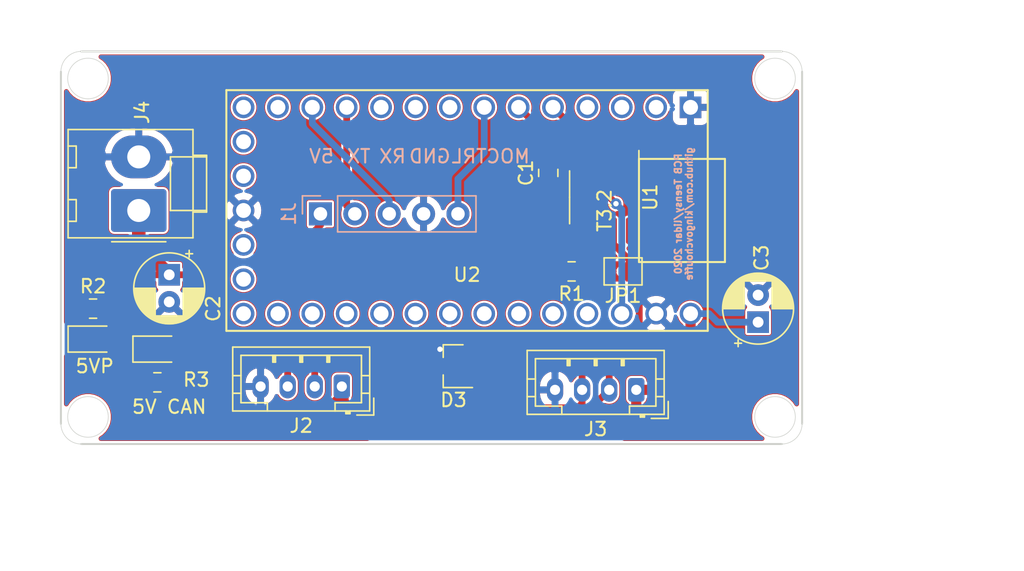
<source format=kicad_pcb>
(kicad_pcb (version 20171130) (host pcbnew "(5.1.6)-1")
  (layers (0 F.Cu signal) (31 B.Cu signal) (34 B.Paste user) (35 F.Paste user) (36 B.SilkS user) (37 F.SilkS user) (38 B.Mask user) (39 F.Mask user) (44 Edge.Cuts user))
  (net 0 "")
  (net 1 3.3V)
  (net 2 GND)
  (net 3 +5P)
  (net 4 +5C)
  (net 5 "Net-(D1-Pad2)")
  (net 6 "Net-(D2-Pad2)")
  (net 7 LTX)
  (net 8 LRX)
  (net 9 MOTPWM)
  (net 10 CANH)
  (net 11 CANL)
  (net 12 "Net-(JP1-Pad2)")
  (net 13 CANTX)
  (net 14 CANRX)
  (net 15 "Net-(U1-Pad5)")
  (net 16 "Net-(U1-Pad8)")
  (net 17 "Net-(U2-Pad18)")
  (net 18 "Net-(U2-Pad19)")
  (net 19 "Net-(U2-Pad20)")
  (net 20 "Net-(U2-Pad16)")
  (net 21 "Net-(U2-Pad15)")
  (net 22 "Net-(U2-Pad14)")
  (net 23 "Net-(U2-Pad21)")
  (net 24 "Net-(U2-Pad22)")
  (net 25 "Net-(U2-Pad23)")
  (net 26 "Net-(U2-Pad24)")
  (net 27 "Net-(U2-Pad25)")
  (net 28 "Net-(U2-Pad26)")
  (net 29 "Net-(U2-Pad27)")
  (net 30 "Net-(U2-Pad28)")
  (net 31 "Net-(U2-Pad29)")
  (net 32 "Net-(U2-Pad30)")
  (net 33 "Net-(U2-Pad13)")
  (net 34 "Net-(U2-Pad10)")
  (net 35 "Net-(U2-Pad9)")
  (net 36 "Net-(U2-Pad8)")
  (net 37 "Net-(U2-Pad4)")
  (net 38 "Net-(U2-Pad3)")
  (net 39 "Net-(U2-Pad2)")
  (module teensy:Teensy30_31_32_LC (layer F.Cu) (at 98.5 117.25 180)
    (fp_text reference U2 (at 0 -4.75 180) (layer F.SilkS))
    (fp_text value Teensy3.2)
    (fp_line (start -17.78 8.89) (end -17.78 -8.89) (layer F.SilkS) (width 0.15))
    (fp_line (start 17.78 8.89) (end -17.78 8.89) (layer F.SilkS) (width 0.15))
    (fp_line (start 17.78 -8.89) (end 17.78 8.89) (layer F.SilkS) (width 0.15))
    (fp_line (start -17.78 -8.89) (end 17.78 -8.89) (layer F.SilkS) (width 0.15))
    (fp_line (start -12.7 3.81) (end -17.78 3.81) (layer F.SilkS) (width 0.15))
    (fp_line (start -12.7 -3.81) (end -17.78 -3.81) (layer F.SilkS) (width 0.15))
    (fp_line (start -12.7 3.81) (end -12.7 -3.81) (layer F.SilkS) (width 0.15))
    (fp_line (start -19.05 -3.81) (end -17.78 -3.81) (layer F.SilkS) (width 0.15))
    (fp_line (start -19.05 3.81) (end -19.05 -3.81) (layer F.SilkS) (width 0.15))
    (fp_line (start -17.78 3.81) (end -19.05 3.81) (layer F.SilkS) (width 0.15))
    (fp_text user T3.2 (at -10.16 0 270) (layer F.SilkS))
    (pad 17 thru_hole circle (at 16.51 0 180) (size 1.6 1.6) (drill 1.1) (layers *.Cu *.Mask) (net 2 GND))
    (pad 18 thru_hole circle (at 16.51 -2.54 180) (size 1.6 1.6) (drill 1.1) (layers *.Cu *.Mask) (net 17 "Net-(U2-Pad18)"))
    (pad 19 thru_hole circle (at 16.51 -5.08 180) (size 1.6 1.6) (drill 1.1) (layers *.Cu *.Mask) (net 18 "Net-(U2-Pad19)"))
    (pad 20 thru_hole circle (at 16.51 -7.62 180) (size 1.6 1.6) (drill 1.1) (layers *.Cu *.Mask) (net 19 "Net-(U2-Pad20)"))
    (pad 16 thru_hole circle (at 16.51 2.54 180) (size 1.6 1.6) (drill 1.1) (layers *.Cu *.Mask) (net 20 "Net-(U2-Pad16)"))
    (pad 15 thru_hole circle (at 16.51 5.08 180) (size 1.6 1.6) (drill 1.1) (layers *.Cu *.Mask) (net 21 "Net-(U2-Pad15)"))
    (pad 14 thru_hole circle (at 16.51 7.62 180) (size 1.6 1.6) (drill 1.1) (layers *.Cu *.Mask) (net 22 "Net-(U2-Pad14)"))
    (pad 21 thru_hole circle (at 13.97 -7.62 180) (size 1.6 1.6) (drill 1.1) (layers *.Cu *.Mask) (net 23 "Net-(U2-Pad21)"))
    (pad 22 thru_hole circle (at 11.43 -7.62 180) (size 1.6 1.6) (drill 1.1) (layers *.Cu *.Mask) (net 24 "Net-(U2-Pad22)"))
    (pad 23 thru_hole circle (at 8.89 -7.62 180) (size 1.6 1.6) (drill 1.1) (layers *.Cu *.Mask) (net 25 "Net-(U2-Pad23)"))
    (pad 24 thru_hole circle (at 6.35 -7.62 180) (size 1.6 1.6) (drill 1.1) (layers *.Cu *.Mask) (net 26 "Net-(U2-Pad24)"))
    (pad 25 thru_hole circle (at 3.81 -7.62 180) (size 1.6 1.6) (drill 1.1) (layers *.Cu *.Mask) (net 27 "Net-(U2-Pad25)"))
    (pad 26 thru_hole circle (at 1.27 -7.62 180) (size 1.6 1.6) (drill 1.1) (layers *.Cu *.Mask) (net 28 "Net-(U2-Pad26)"))
    (pad 27 thru_hole circle (at -1.27 -7.62 180) (size 1.6 1.6) (drill 1.1) (layers *.Cu *.Mask) (net 29 "Net-(U2-Pad27)"))
    (pad 28 thru_hole circle (at -3.81 -7.62 180) (size 1.6 1.6) (drill 1.1) (layers *.Cu *.Mask) (net 30 "Net-(U2-Pad28)"))
    (pad 29 thru_hole circle (at -6.35 -7.62 180) (size 1.6 1.6) (drill 1.1) (layers *.Cu *.Mask) (net 31 "Net-(U2-Pad29)"))
    (pad 30 thru_hole circle (at -8.89 -7.62 180) (size 1.6 1.6) (drill 1.1) (layers *.Cu *.Mask) (net 32 "Net-(U2-Pad30)"))
    (pad 31 thru_hole circle (at -11.43 -7.62 180) (size 1.6 1.6) (drill 1.1) (layers *.Cu *.Mask) (net 1 3.3V))
    (pad 32 thru_hole circle (at -13.97 -7.62 180) (size 1.6 1.6) (drill 1.1) (layers *.Cu *.Mask) (net 2 GND))
    (pad 33 thru_hole circle (at -16.51 -7.62 180) (size 1.6 1.6) (drill 1.1) (layers *.Cu *.Mask) (net 4 +5C))
    (pad 13 thru_hole circle (at 13.97 7.62 180) (size 1.6 1.6) (drill 1.1) (layers *.Cu *.Mask) (net 33 "Net-(U2-Pad13)"))
    (pad 12 thru_hole circle (at 11.43 7.62 180) (size 1.6 1.6) (drill 1.1) (layers *.Cu *.Mask) (net 8 LRX))
    (pad 11 thru_hole circle (at 8.89 7.62 180) (size 1.6 1.6) (drill 1.1) (layers *.Cu *.Mask) (net 7 LTX))
    (pad 10 thru_hole circle (at 6.35 7.62 180) (size 1.6 1.6) (drill 1.1) (layers *.Cu *.Mask) (net 34 "Net-(U2-Pad10)"))
    (pad 9 thru_hole circle (at 3.81 7.62 180) (size 1.6 1.6) (drill 1.1) (layers *.Cu *.Mask) (net 35 "Net-(U2-Pad9)"))
    (pad 8 thru_hole circle (at 1.27 7.62 180) (size 1.6 1.6) (drill 1.1) (layers *.Cu *.Mask) (net 36 "Net-(U2-Pad8)"))
    (pad 7 thru_hole circle (at -1.27 7.62 180) (size 1.6 1.6) (drill 1.1) (layers *.Cu *.Mask) (net 9 MOTPWM))
    (pad 6 thru_hole circle (at -3.81 7.62 180) (size 1.6 1.6) (drill 1.1) (layers *.Cu *.Mask) (net 14 CANRX))
    (pad 5 thru_hole circle (at -6.35 7.62 180) (size 1.6 1.6) (drill 1.1) (layers *.Cu *.Mask) (net 13 CANTX))
    (pad 4 thru_hole circle (at -8.89 7.62 180) (size 1.6 1.6) (drill 1.1) (layers *.Cu *.Mask) (net 37 "Net-(U2-Pad4)"))
    (pad 3 thru_hole circle (at -11.43 7.62 180) (size 1.6 1.6) (drill 1.1) (layers *.Cu *.Mask) (net 38 "Net-(U2-Pad3)"))
    (pad 2 thru_hole circle (at -13.97 7.62 180) (size 1.6 1.6) (drill 1.1) (layers *.Cu *.Mask) (net 39 "Net-(U2-Pad2)"))
    (pad 1 thru_hole rect (at -16.51 7.62 180) (size 1.6 1.6) (drill 1.1) (layers *.Cu *.Mask) (net 2 GND))
  )
  (module Jumper:SolderJumper-2_P1.3mm_Open_TrianglePad1.0x1.5mm (layer F.Cu) (at 110.025 121.75 180)
    (fp_text reference JP1 (at 0 -1.8) (layer F.SilkS))
    (fp_text value SolderJumper_2_Open)
    (fp_line (start -1.4 -1) (end 1.4 -1) (layer F.SilkS) (width 0.12))
    (fp_line (start 1.4 -1) (end 1.4 1) (layer F.SilkS) (width 0.12))
    (fp_line (start 1.4 1) (end -1.4 1) (layer F.SilkS) (width 0.12))
    (fp_line (start -1.4 1) (end -1.4 -1) (layer F.SilkS) (width 0.12))
    (pad 2 smd custom (at 0.725 0 180) (size 0.3 0.3) (layers F.Cu F.Mask) (net 12 "Net-(JP1-Pad2)") (options (clearance outline) (anchor rect)) (primitives (gr_poly (pts (xy -0.65 -0.75) (xy 0.5 -0.75) (xy 0.5 0.75) (xy -0.65 0.75) (xy -0.15 0)) (width 0))))
    (pad 1 smd custom (at -0.725 0 180) (size 0.3 0.3) (layers F.Cu F.Mask) (net 10 CANH) (options (clearance outline) (anchor rect)) (primitives (gr_poly (pts (xy -0.5 -0.75) (xy 0.5 -0.75) (xy 1 0) (xy 0.5 0.75) (xy -0.5 0.75)) (width 0))))
  )
  (module Capacitor_SMD:C_0805_2012Metric_Pad1.15x1.40mm_HandSolder (layer F.Cu) (at 104.5 114.475 90)
    (fp_text reference C1 (at 0 -1.65 270) (layer F.SilkS))
    (fp_text value 100nF)
    (fp_line (start -0.261252 0.71) (end 0.261252 0.71) (layer F.SilkS) (width 0.12))
    (fp_line (start -0.261252 -0.71) (end 0.261252 -0.71) (layer F.SilkS) (width 0.12))
    (pad 1 smd roundrect (at -1.025 0 90) (size 1.15 1.4) (layers F.Cu F.Paste F.Mask) (roundrect_rratio 0.217391) (net 1 3.3V))
    (pad 2 smd roundrect (at 1.025 0 90) (size 1.15 1.4) (layers F.Cu F.Paste F.Mask) (roundrect_rratio 0.217391) (net 2 GND))
  )
  (module Capacitor_THT:CP_Radial_D5.0mm_P2.00mm (layer F.Cu) (at 76.5 122 270)
    (fp_text reference C2 (at 2.5 -3.25 90) (layer F.SilkS))
    (fp_text value 100µF)
    (fp_line (start -1.554775 -1.725) (end -1.554775 -1.225) (layer F.SilkS) (width 0.12))
    (fp_line (start -1.804775 -1.475) (end -1.304775 -1.475) (layer F.SilkS) (width 0.12))
    (fp_line (start 3.601 -0.284) (end 3.601 0.284) (layer F.SilkS) (width 0.12))
    (fp_line (start 3.561 -0.518) (end 3.561 0.518) (layer F.SilkS) (width 0.12))
    (fp_line (start 3.521 -0.677) (end 3.521 0.677) (layer F.SilkS) (width 0.12))
    (fp_line (start 3.481 -0.805) (end 3.481 0.805) (layer F.SilkS) (width 0.12))
    (fp_line (start 3.441 -0.915) (end 3.441 0.915) (layer F.SilkS) (width 0.12))
    (fp_line (start 3.401 -1.011) (end 3.401 1.011) (layer F.SilkS) (width 0.12))
    (fp_line (start 3.361 -1.098) (end 3.361 1.098) (layer F.SilkS) (width 0.12))
    (fp_line (start 3.321 -1.178) (end 3.321 1.178) (layer F.SilkS) (width 0.12))
    (fp_line (start 3.281 -1.251) (end 3.281 1.251) (layer F.SilkS) (width 0.12))
    (fp_line (start 3.241 -1.319) (end 3.241 1.319) (layer F.SilkS) (width 0.12))
    (fp_line (start 3.201 -1.383) (end 3.201 1.383) (layer F.SilkS) (width 0.12))
    (fp_line (start 3.161 -1.443) (end 3.161 1.443) (layer F.SilkS) (width 0.12))
    (fp_line (start 3.121 -1.5) (end 3.121 1.5) (layer F.SilkS) (width 0.12))
    (fp_line (start 3.081 -1.554) (end 3.081 1.554) (layer F.SilkS) (width 0.12))
    (fp_line (start 3.041 -1.605) (end 3.041 1.605) (layer F.SilkS) (width 0.12))
    (fp_line (start 3.001 1.04) (end 3.001 1.653) (layer F.SilkS) (width 0.12))
    (fp_line (start 3.001 -1.653) (end 3.001 -1.04) (layer F.SilkS) (width 0.12))
    (fp_line (start 2.961 1.04) (end 2.961 1.699) (layer F.SilkS) (width 0.12))
    (fp_line (start 2.961 -1.699) (end 2.961 -1.04) (layer F.SilkS) (width 0.12))
    (fp_line (start 2.921 1.04) (end 2.921 1.743) (layer F.SilkS) (width 0.12))
    (fp_line (start 2.921 -1.743) (end 2.921 -1.04) (layer F.SilkS) (width 0.12))
    (fp_line (start 2.881 1.04) (end 2.881 1.785) (layer F.SilkS) (width 0.12))
    (fp_line (start 2.881 -1.785) (end 2.881 -1.04) (layer F.SilkS) (width 0.12))
    (fp_line (start 2.841 1.04) (end 2.841 1.826) (layer F.SilkS) (width 0.12))
    (fp_line (start 2.841 -1.826) (end 2.841 -1.04) (layer F.SilkS) (width 0.12))
    (fp_line (start 2.801 1.04) (end 2.801 1.864) (layer F.SilkS) (width 0.12))
    (fp_line (start 2.801 -1.864) (end 2.801 -1.04) (layer F.SilkS) (width 0.12))
    (fp_line (start 2.761 1.04) (end 2.761 1.901) (layer F.SilkS) (width 0.12))
    (fp_line (start 2.761 -1.901) (end 2.761 -1.04) (layer F.SilkS) (width 0.12))
    (fp_line (start 2.721 1.04) (end 2.721 1.937) (layer F.SilkS) (width 0.12))
    (fp_line (start 2.721 -1.937) (end 2.721 -1.04) (layer F.SilkS) (width 0.12))
    (fp_line (start 2.681 1.04) (end 2.681 1.971) (layer F.SilkS) (width 0.12))
    (fp_line (start 2.681 -1.971) (end 2.681 -1.04) (layer F.SilkS) (width 0.12))
    (fp_line (start 2.641 1.04) (end 2.641 2.004) (layer F.SilkS) (width 0.12))
    (fp_line (start 2.641 -2.004) (end 2.641 -1.04) (layer F.SilkS) (width 0.12))
    (fp_line (start 2.601 1.04) (end 2.601 2.035) (layer F.SilkS) (width 0.12))
    (fp_line (start 2.601 -2.035) (end 2.601 -1.04) (layer F.SilkS) (width 0.12))
    (fp_line (start 2.561 1.04) (end 2.561 2.065) (layer F.SilkS) (width 0.12))
    (fp_line (start 2.561 -2.065) (end 2.561 -1.04) (layer F.SilkS) (width 0.12))
    (fp_line (start 2.521 1.04) (end 2.521 2.095) (layer F.SilkS) (width 0.12))
    (fp_line (start 2.521 -2.095) (end 2.521 -1.04) (layer F.SilkS) (width 0.12))
    (fp_line (start 2.481 1.04) (end 2.481 2.122) (layer F.SilkS) (width 0.12))
    (fp_line (start 2.481 -2.122) (end 2.481 -1.04) (layer F.SilkS) (width 0.12))
    (fp_line (start 2.441 1.04) (end 2.441 2.149) (layer F.SilkS) (width 0.12))
    (fp_line (start 2.441 -2.149) (end 2.441 -1.04) (layer F.SilkS) (width 0.12))
    (fp_line (start 2.401 1.04) (end 2.401 2.175) (layer F.SilkS) (width 0.12))
    (fp_line (start 2.401 -2.175) (end 2.401 -1.04) (layer F.SilkS) (width 0.12))
    (fp_line (start 2.361 1.04) (end 2.361 2.2) (layer F.SilkS) (width 0.12))
    (fp_line (start 2.361 -2.2) (end 2.361 -1.04) (layer F.SilkS) (width 0.12))
    (fp_line (start 2.321 1.04) (end 2.321 2.224) (layer F.SilkS) (width 0.12))
    (fp_line (start 2.321 -2.224) (end 2.321 -1.04) (layer F.SilkS) (width 0.12))
    (fp_line (start 2.281 1.04) (end 2.281 2.247) (layer F.SilkS) (width 0.12))
    (fp_line (start 2.281 -2.247) (end 2.281 -1.04) (layer F.SilkS) (width 0.12))
    (fp_line (start 2.241 1.04) (end 2.241 2.268) (layer F.SilkS) (width 0.12))
    (fp_line (start 2.241 -2.268) (end 2.241 -1.04) (layer F.SilkS) (width 0.12))
    (fp_line (start 2.201 1.04) (end 2.201 2.29) (layer F.SilkS) (width 0.12))
    (fp_line (start 2.201 -2.29) (end 2.201 -1.04) (layer F.SilkS) (width 0.12))
    (fp_line (start 2.161 1.04) (end 2.161 2.31) (layer F.SilkS) (width 0.12))
    (fp_line (start 2.161 -2.31) (end 2.161 -1.04) (layer F.SilkS) (width 0.12))
    (fp_line (start 2.121 1.04) (end 2.121 2.329) (layer F.SilkS) (width 0.12))
    (fp_line (start 2.121 -2.329) (end 2.121 -1.04) (layer F.SilkS) (width 0.12))
    (fp_line (start 2.081 1.04) (end 2.081 2.348) (layer F.SilkS) (width 0.12))
    (fp_line (start 2.081 -2.348) (end 2.081 -1.04) (layer F.SilkS) (width 0.12))
    (fp_line (start 2.041 1.04) (end 2.041 2.365) (layer F.SilkS) (width 0.12))
    (fp_line (start 2.041 -2.365) (end 2.041 -1.04) (layer F.SilkS) (width 0.12))
    (fp_line (start 2.001 1.04) (end 2.001 2.382) (layer F.SilkS) (width 0.12))
    (fp_line (start 2.001 -2.382) (end 2.001 -1.04) (layer F.SilkS) (width 0.12))
    (fp_line (start 1.961 1.04) (end 1.961 2.398) (layer F.SilkS) (width 0.12))
    (fp_line (start 1.961 -2.398) (end 1.961 -1.04) (layer F.SilkS) (width 0.12))
    (fp_line (start 1.921 1.04) (end 1.921 2.414) (layer F.SilkS) (width 0.12))
    (fp_line (start 1.921 -2.414) (end 1.921 -1.04) (layer F.SilkS) (width 0.12))
    (fp_line (start 1.881 1.04) (end 1.881 2.428) (layer F.SilkS) (width 0.12))
    (fp_line (start 1.881 -2.428) (end 1.881 -1.04) (layer F.SilkS) (width 0.12))
    (fp_line (start 1.841 1.04) (end 1.841 2.442) (layer F.SilkS) (width 0.12))
    (fp_line (start 1.841 -2.442) (end 1.841 -1.04) (layer F.SilkS) (width 0.12))
    (fp_line (start 1.801 1.04) (end 1.801 2.455) (layer F.SilkS) (width 0.12))
    (fp_line (start 1.801 -2.455) (end 1.801 -1.04) (layer F.SilkS) (width 0.12))
    (fp_line (start 1.761 1.04) (end 1.761 2.468) (layer F.SilkS) (width 0.12))
    (fp_line (start 1.761 -2.468) (end 1.761 -1.04) (layer F.SilkS) (width 0.12))
    (fp_line (start 1.721 1.04) (end 1.721 2.48) (layer F.SilkS) (width 0.12))
    (fp_line (start 1.721 -2.48) (end 1.721 -1.04) (layer F.SilkS) (width 0.12))
    (fp_line (start 1.68 1.04) (end 1.68 2.491) (layer F.SilkS) (width 0.12))
    (fp_line (start 1.68 -2.491) (end 1.68 -1.04) (layer F.SilkS) (width 0.12))
    (fp_line (start 1.64 1.04) (end 1.64 2.501) (layer F.SilkS) (width 0.12))
    (fp_line (start 1.64 -2.501) (end 1.64 -1.04) (layer F.SilkS) (width 0.12))
    (fp_line (start 1.6 1.04) (end 1.6 2.511) (layer F.SilkS) (width 0.12))
    (fp_line (start 1.6 -2.511) (end 1.6 -1.04) (layer F.SilkS) (width 0.12))
    (fp_line (start 1.56 1.04) (end 1.56 2.52) (layer F.SilkS) (width 0.12))
    (fp_line (start 1.56 -2.52) (end 1.56 -1.04) (layer F.SilkS) (width 0.12))
    (fp_line (start 1.52 1.04) (end 1.52 2.528) (layer F.SilkS) (width 0.12))
    (fp_line (start 1.52 -2.528) (end 1.52 -1.04) (layer F.SilkS) (width 0.12))
    (fp_line (start 1.48 1.04) (end 1.48 2.536) (layer F.SilkS) (width 0.12))
    (fp_line (start 1.48 -2.536) (end 1.48 -1.04) (layer F.SilkS) (width 0.12))
    (fp_line (start 1.44 1.04) (end 1.44 2.543) (layer F.SilkS) (width 0.12))
    (fp_line (start 1.44 -2.543) (end 1.44 -1.04) (layer F.SilkS) (width 0.12))
    (fp_line (start 1.4 1.04) (end 1.4 2.55) (layer F.SilkS) (width 0.12))
    (fp_line (start 1.4 -2.55) (end 1.4 -1.04) (layer F.SilkS) (width 0.12))
    (fp_line (start 1.36 1.04) (end 1.36 2.556) (layer F.SilkS) (width 0.12))
    (fp_line (start 1.36 -2.556) (end 1.36 -1.04) (layer F.SilkS) (width 0.12))
    (fp_line (start 1.32 1.04) (end 1.32 2.561) (layer F.SilkS) (width 0.12))
    (fp_line (start 1.32 -2.561) (end 1.32 -1.04) (layer F.SilkS) (width 0.12))
    (fp_line (start 1.28 1.04) (end 1.28 2.565) (layer F.SilkS) (width 0.12))
    (fp_line (start 1.28 -2.565) (end 1.28 -1.04) (layer F.SilkS) (width 0.12))
    (fp_line (start 1.24 1.04) (end 1.24 2.569) (layer F.SilkS) (width 0.12))
    (fp_line (start 1.24 -2.569) (end 1.24 -1.04) (layer F.SilkS) (width 0.12))
    (fp_line (start 1.2 1.04) (end 1.2 2.573) (layer F.SilkS) (width 0.12))
    (fp_line (start 1.2 -2.573) (end 1.2 -1.04) (layer F.SilkS) (width 0.12))
    (fp_line (start 1.16 1.04) (end 1.16 2.576) (layer F.SilkS) (width 0.12))
    (fp_line (start 1.16 -2.576) (end 1.16 -1.04) (layer F.SilkS) (width 0.12))
    (fp_line (start 1.12 1.04) (end 1.12 2.578) (layer F.SilkS) (width 0.12))
    (fp_line (start 1.12 -2.578) (end 1.12 -1.04) (layer F.SilkS) (width 0.12))
    (fp_line (start 1.08 1.04) (end 1.08 2.579) (layer F.SilkS) (width 0.12))
    (fp_line (start 1.08 -2.579) (end 1.08 -1.04) (layer F.SilkS) (width 0.12))
    (fp_line (start 1.04 -2.58) (end 1.04 -1.04) (layer F.SilkS) (width 0.12))
    (fp_line (start 1.04 1.04) (end 1.04 2.58) (layer F.SilkS) (width 0.12))
    (fp_line (start 1 -2.58) (end 1 -1.04) (layer F.SilkS) (width 0.12))
    (fp_line (start 1 1.04) (end 1 2.58) (layer F.SilkS) (width 0.12))
    (fp_circle (center 1 0) (end 3.62 0) (layer F.SilkS) (width 0.12))
    (pad 1 thru_hole rect (at 0 0 270) (size 1.6 1.6) (drill 0.8) (layers *.Cu *.Mask) (net 3 +5P))
    (pad 2 thru_hole circle (at 2 0 270) (size 1.6 1.6) (drill 0.8) (layers *.Cu *.Mask) (net 2 GND))
  )
  (module Capacitor_THT:CP_Radial_D5.0mm_P2.00mm (layer F.Cu) (at 120 125.5 90)
    (fp_text reference C3 (at 4.75 0.25 90) (layer F.SilkS))
    (fp_text value 20µF)
    (fp_circle (center 1 0) (end 3.62 0) (layer F.SilkS) (width 0.12))
    (fp_line (start 1 1.04) (end 1 2.58) (layer F.SilkS) (width 0.12))
    (fp_line (start 1 -2.58) (end 1 -1.04) (layer F.SilkS) (width 0.12))
    (fp_line (start 1.04 1.04) (end 1.04 2.58) (layer F.SilkS) (width 0.12))
    (fp_line (start 1.04 -2.58) (end 1.04 -1.04) (layer F.SilkS) (width 0.12))
    (fp_line (start 1.08 -2.579) (end 1.08 -1.04) (layer F.SilkS) (width 0.12))
    (fp_line (start 1.08 1.04) (end 1.08 2.579) (layer F.SilkS) (width 0.12))
    (fp_line (start 1.12 -2.578) (end 1.12 -1.04) (layer F.SilkS) (width 0.12))
    (fp_line (start 1.12 1.04) (end 1.12 2.578) (layer F.SilkS) (width 0.12))
    (fp_line (start 1.16 -2.576) (end 1.16 -1.04) (layer F.SilkS) (width 0.12))
    (fp_line (start 1.16 1.04) (end 1.16 2.576) (layer F.SilkS) (width 0.12))
    (fp_line (start 1.2 -2.573) (end 1.2 -1.04) (layer F.SilkS) (width 0.12))
    (fp_line (start 1.2 1.04) (end 1.2 2.573) (layer F.SilkS) (width 0.12))
    (fp_line (start 1.24 -2.569) (end 1.24 -1.04) (layer F.SilkS) (width 0.12))
    (fp_line (start 1.24 1.04) (end 1.24 2.569) (layer F.SilkS) (width 0.12))
    (fp_line (start 1.28 -2.565) (end 1.28 -1.04) (layer F.SilkS) (width 0.12))
    (fp_line (start 1.28 1.04) (end 1.28 2.565) (layer F.SilkS) (width 0.12))
    (fp_line (start 1.32 -2.561) (end 1.32 -1.04) (layer F.SilkS) (width 0.12))
    (fp_line (start 1.32 1.04) (end 1.32 2.561) (layer F.SilkS) (width 0.12))
    (fp_line (start 1.36 -2.556) (end 1.36 -1.04) (layer F.SilkS) (width 0.12))
    (fp_line (start 1.36 1.04) (end 1.36 2.556) (layer F.SilkS) (width 0.12))
    (fp_line (start 1.4 -2.55) (end 1.4 -1.04) (layer F.SilkS) (width 0.12))
    (fp_line (start 1.4 1.04) (end 1.4 2.55) (layer F.SilkS) (width 0.12))
    (fp_line (start 1.44 -2.543) (end 1.44 -1.04) (layer F.SilkS) (width 0.12))
    (fp_line (start 1.44 1.04) (end 1.44 2.543) (layer F.SilkS) (width 0.12))
    (fp_line (start 1.48 -2.536) (end 1.48 -1.04) (layer F.SilkS) (width 0.12))
    (fp_line (start 1.48 1.04) (end 1.48 2.536) (layer F.SilkS) (width 0.12))
    (fp_line (start 1.52 -2.528) (end 1.52 -1.04) (layer F.SilkS) (width 0.12))
    (fp_line (start 1.52 1.04) (end 1.52 2.528) (layer F.SilkS) (width 0.12))
    (fp_line (start 1.56 -2.52) (end 1.56 -1.04) (layer F.SilkS) (width 0.12))
    (fp_line (start 1.56 1.04) (end 1.56 2.52) (layer F.SilkS) (width 0.12))
    (fp_line (start 1.6 -2.511) (end 1.6 -1.04) (layer F.SilkS) (width 0.12))
    (fp_line (start 1.6 1.04) (end 1.6 2.511) (layer F.SilkS) (width 0.12))
    (fp_line (start 1.64 -2.501) (end 1.64 -1.04) (layer F.SilkS) (width 0.12))
    (fp_line (start 1.64 1.04) (end 1.64 2.501) (layer F.SilkS) (width 0.12))
    (fp_line (start 1.68 -2.491) (end 1.68 -1.04) (layer F.SilkS) (width 0.12))
    (fp_line (start 1.68 1.04) (end 1.68 2.491) (layer F.SilkS) (width 0.12))
    (fp_line (start 1.721 -2.48) (end 1.721 -1.04) (layer F.SilkS) (width 0.12))
    (fp_line (start 1.721 1.04) (end 1.721 2.48) (layer F.SilkS) (width 0.12))
    (fp_line (start 1.761 -2.468) (end 1.761 -1.04) (layer F.SilkS) (width 0.12))
    (fp_line (start 1.761 1.04) (end 1.761 2.468) (layer F.SilkS) (width 0.12))
    (fp_line (start 1.801 -2.455) (end 1.801 -1.04) (layer F.SilkS) (width 0.12))
    (fp_line (start 1.801 1.04) (end 1.801 2.455) (layer F.SilkS) (width 0.12))
    (fp_line (start 1.841 -2.442) (end 1.841 -1.04) (layer F.SilkS) (width 0.12))
    (fp_line (start 1.841 1.04) (end 1.841 2.442) (layer F.SilkS) (width 0.12))
    (fp_line (start 1.881 -2.428) (end 1.881 -1.04) (layer F.SilkS) (width 0.12))
    (fp_line (start 1.881 1.04) (end 1.881 2.428) (layer F.SilkS) (width 0.12))
    (fp_line (start 1.921 -2.414) (end 1.921 -1.04) (layer F.SilkS) (width 0.12))
    (fp_line (start 1.921 1.04) (end 1.921 2.414) (layer F.SilkS) (width 0.12))
    (fp_line (start 1.961 -2.398) (end 1.961 -1.04) (layer F.SilkS) (width 0.12))
    (fp_line (start 1.961 1.04) (end 1.961 2.398) (layer F.SilkS) (width 0.12))
    (fp_line (start 2.001 -2.382) (end 2.001 -1.04) (layer F.SilkS) (width 0.12))
    (fp_line (start 2.001 1.04) (end 2.001 2.382) (layer F.SilkS) (width 0.12))
    (fp_line (start 2.041 -2.365) (end 2.041 -1.04) (layer F.SilkS) (width 0.12))
    (fp_line (start 2.041 1.04) (end 2.041 2.365) (layer F.SilkS) (width 0.12))
    (fp_line (start 2.081 -2.348) (end 2.081 -1.04) (layer F.SilkS) (width 0.12))
    (fp_line (start 2.081 1.04) (end 2.081 2.348) (layer F.SilkS) (width 0.12))
    (fp_line (start 2.121 -2.329) (end 2.121 -1.04) (layer F.SilkS) (width 0.12))
    (fp_line (start 2.121 1.04) (end 2.121 2.329) (layer F.SilkS) (width 0.12))
    (fp_line (start 2.161 -2.31) (end 2.161 -1.04) (layer F.SilkS) (width 0.12))
    (fp_line (start 2.161 1.04) (end 2.161 2.31) (layer F.SilkS) (width 0.12))
    (fp_line (start 2.201 -2.29) (end 2.201 -1.04) (layer F.SilkS) (width 0.12))
    (fp_line (start 2.201 1.04) (end 2.201 2.29) (layer F.SilkS) (width 0.12))
    (fp_line (start 2.241 -2.268) (end 2.241 -1.04) (layer F.SilkS) (width 0.12))
    (fp_line (start 2.241 1.04) (end 2.241 2.268) (layer F.SilkS) (width 0.12))
    (fp_line (start 2.281 -2.247) (end 2.281 -1.04) (layer F.SilkS) (width 0.12))
    (fp_line (start 2.281 1.04) (end 2.281 2.247) (layer F.SilkS) (width 0.12))
    (fp_line (start 2.321 -2.224) (end 2.321 -1.04) (layer F.SilkS) (width 0.12))
    (fp_line (start 2.321 1.04) (end 2.321 2.224) (layer F.SilkS) (width 0.12))
    (fp_line (start 2.361 -2.2) (end 2.361 -1.04) (layer F.SilkS) (width 0.12))
    (fp_line (start 2.361 1.04) (end 2.361 2.2) (layer F.SilkS) (width 0.12))
    (fp_line (start 2.401 -2.175) (end 2.401 -1.04) (layer F.SilkS) (width 0.12))
    (fp_line (start 2.401 1.04) (end 2.401 2.175) (layer F.SilkS) (width 0.12))
    (fp_line (start 2.441 -2.149) (end 2.441 -1.04) (layer F.SilkS) (width 0.12))
    (fp_line (start 2.441 1.04) (end 2.441 2.149) (layer F.SilkS) (width 0.12))
    (fp_line (start 2.481 -2.122) (end 2.481 -1.04) (layer F.SilkS) (width 0.12))
    (fp_line (start 2.481 1.04) (end 2.481 2.122) (layer F.SilkS) (width 0.12))
    (fp_line (start 2.521 -2.095) (end 2.521 -1.04) (layer F.SilkS) (width 0.12))
    (fp_line (start 2.521 1.04) (end 2.521 2.095) (layer F.SilkS) (width 0.12))
    (fp_line (start 2.561 -2.065) (end 2.561 -1.04) (layer F.SilkS) (width 0.12))
    (fp_line (start 2.561 1.04) (end 2.561 2.065) (layer F.SilkS) (width 0.12))
    (fp_line (start 2.601 -2.035) (end 2.601 -1.04) (layer F.SilkS) (width 0.12))
    (fp_line (start 2.601 1.04) (end 2.601 2.035) (layer F.SilkS) (width 0.12))
    (fp_line (start 2.641 -2.004) (end 2.641 -1.04) (layer F.SilkS) (width 0.12))
    (fp_line (start 2.641 1.04) (end 2.641 2.004) (layer F.SilkS) (width 0.12))
    (fp_line (start 2.681 -1.971) (end 2.681 -1.04) (layer F.SilkS) (width 0.12))
    (fp_line (start 2.681 1.04) (end 2.681 1.971) (layer F.SilkS) (width 0.12))
    (fp_line (start 2.721 -1.937) (end 2.721 -1.04) (layer F.SilkS) (width 0.12))
    (fp_line (start 2.721 1.04) (end 2.721 1.937) (layer F.SilkS) (width 0.12))
    (fp_line (start 2.761 -1.901) (end 2.761 -1.04) (layer F.SilkS) (width 0.12))
    (fp_line (start 2.761 1.04) (end 2.761 1.901) (layer F.SilkS) (width 0.12))
    (fp_line (start 2.801 -1.864) (end 2.801 -1.04) (layer F.SilkS) (width 0.12))
    (fp_line (start 2.801 1.04) (end 2.801 1.864) (layer F.SilkS) (width 0.12))
    (fp_line (start 2.841 -1.826) (end 2.841 -1.04) (layer F.SilkS) (width 0.12))
    (fp_line (start 2.841 1.04) (end 2.841 1.826) (layer F.SilkS) (width 0.12))
    (fp_line (start 2.881 -1.785) (end 2.881 -1.04) (layer F.SilkS) (width 0.12))
    (fp_line (start 2.881 1.04) (end 2.881 1.785) (layer F.SilkS) (width 0.12))
    (fp_line (start 2.921 -1.743) (end 2.921 -1.04) (layer F.SilkS) (width 0.12))
    (fp_line (start 2.921 1.04) (end 2.921 1.743) (layer F.SilkS) (width 0.12))
    (fp_line (start 2.961 -1.699) (end 2.961 -1.04) (layer F.SilkS) (width 0.12))
    (fp_line (start 2.961 1.04) (end 2.961 1.699) (layer F.SilkS) (width 0.12))
    (fp_line (start 3.001 -1.653) (end 3.001 -1.04) (layer F.SilkS) (width 0.12))
    (fp_line (start 3.001 1.04) (end 3.001 1.653) (layer F.SilkS) (width 0.12))
    (fp_line (start 3.041 -1.605) (end 3.041 1.605) (layer F.SilkS) (width 0.12))
    (fp_line (start 3.081 -1.554) (end 3.081 1.554) (layer F.SilkS) (width 0.12))
    (fp_line (start 3.121 -1.5) (end 3.121 1.5) (layer F.SilkS) (width 0.12))
    (fp_line (start 3.161 -1.443) (end 3.161 1.443) (layer F.SilkS) (width 0.12))
    (fp_line (start 3.201 -1.383) (end 3.201 1.383) (layer F.SilkS) (width 0.12))
    (fp_line (start 3.241 -1.319) (end 3.241 1.319) (layer F.SilkS) (width 0.12))
    (fp_line (start 3.281 -1.251) (end 3.281 1.251) (layer F.SilkS) (width 0.12))
    (fp_line (start 3.321 -1.178) (end 3.321 1.178) (layer F.SilkS) (width 0.12))
    (fp_line (start 3.361 -1.098) (end 3.361 1.098) (layer F.SilkS) (width 0.12))
    (fp_line (start 3.401 -1.011) (end 3.401 1.011) (layer F.SilkS) (width 0.12))
    (fp_line (start 3.441 -0.915) (end 3.441 0.915) (layer F.SilkS) (width 0.12))
    (fp_line (start 3.481 -0.805) (end 3.481 0.805) (layer F.SilkS) (width 0.12))
    (fp_line (start 3.521 -0.677) (end 3.521 0.677) (layer F.SilkS) (width 0.12))
    (fp_line (start 3.561 -0.518) (end 3.561 0.518) (layer F.SilkS) (width 0.12))
    (fp_line (start 3.601 -0.284) (end 3.601 0.284) (layer F.SilkS) (width 0.12))
    (fp_line (start -1.804775 -1.475) (end -1.304775 -1.475) (layer F.SilkS) (width 0.12))
    (fp_line (start -1.554775 -1.725) (end -1.554775 -1.225) (layer F.SilkS) (width 0.12))
    (pad 2 thru_hole circle (at 2 0 90) (size 1.6 1.6) (drill 0.8) (layers *.Cu *.Mask) (net 2 GND))
    (pad 1 thru_hole rect (at 0 0 90) (size 1.6 1.6) (drill 0.8) (layers *.Cu *.Mask) (net 4 +5C))
  )
  (module LED_SMD:LED_0805_2012Metric_Pad1.15x1.40mm_HandSolder (layer F.Cu) (at 70.890001 126.75)
    (fp_text reference D1)
    (fp_text value LED)
    (fp_line (start -1.86 0.96) (end 1 0.96) (layer F.SilkS) (width 0.12))
    (fp_line (start -1.86 -0.96) (end -1.86 0.96) (layer F.SilkS) (width 0.12))
    (fp_line (start 1 -0.96) (end -1.86 -0.96) (layer F.SilkS) (width 0.12))
    (pad 1 smd roundrect (at -1.025 0) (size 1.15 1.4) (layers F.Cu F.Paste F.Mask) (roundrect_rratio 0.217391) (net 2 GND))
    (pad 2 smd roundrect (at 1.025 0) (size 1.15 1.4) (layers F.Cu F.Paste F.Mask) (roundrect_rratio 0.217391) (net 5 "Net-(D1-Pad2)"))
  )
  (module LED_SMD:LED_0805_2012Metric_Pad1.15x1.40mm_HandSolder (layer F.Cu) (at 75.680001 127.490001)
    (fp_text reference D2)
    (fp_text value LED)
    (fp_line (start 1 -0.96) (end -1.86 -0.96) (layer F.SilkS) (width 0.12))
    (fp_line (start -1.86 -0.96) (end -1.86 0.96) (layer F.SilkS) (width 0.12))
    (fp_line (start -1.86 0.96) (end 1 0.96) (layer F.SilkS) (width 0.12))
    (pad 2 smd roundrect (at 1.025 0) (size 1.15 1.4) (layers F.Cu F.Paste F.Mask) (roundrect_rratio 0.217391) (net 6 "Net-(D2-Pad2)"))
    (pad 1 smd roundrect (at -1.025 0) (size 1.15 1.4) (layers F.Cu F.Paste F.Mask) (roundrect_rratio 0.217391) (net 2 GND))
  )
  (module Connector_PinHeader_2.54mm:PinHeader_1x05_P2.54mm_Vertical (layer B.Cu) (at 87.67 117.5 270)
    (fp_text reference J1 (at 0 2.33 90) (layer B.SilkS) (effects (justify mirror)))
    (fp_text value Conn_01x05_Female)
    (fp_line (start -1.33 1.33) (end 0 1.33) (layer B.SilkS) (width 0.12))
    (fp_line (start -1.33 0) (end -1.33 1.33) (layer B.SilkS) (width 0.12))
    (fp_line (start -1.33 -1.27) (end 1.33 -1.27) (layer B.SilkS) (width 0.12))
    (fp_line (start 1.33 -1.27) (end 1.33 -11.49) (layer B.SilkS) (width 0.12))
    (fp_line (start -1.33 -1.27) (end -1.33 -11.49) (layer B.SilkS) (width 0.12))
    (fp_line (start -1.33 -11.49) (end 1.33 -11.49) (layer B.SilkS) (width 0.12))
    (pad 1 thru_hole rect (at 0 0 270) (size 1.7 1.7) (drill 1) (layers *.Cu *.Mask) (net 3 +5P))
    (pad 2 thru_hole oval (at 0 -2.54 270) (size 1.7 1.7) (drill 1) (layers *.Cu *.Mask) (net 7 LTX))
    (pad 3 thru_hole oval (at 0 -5.08 270) (size 1.7 1.7) (drill 1) (layers *.Cu *.Mask) (net 8 LRX))
    (pad 4 thru_hole oval (at 0 -7.62 270) (size 1.7 1.7) (drill 1) (layers *.Cu *.Mask) (net 2 GND))
    (pad 5 thru_hole oval (at 0 -10.16 270) (size 1.7 1.7) (drill 1) (layers *.Cu *.Mask) (net 9 MOTPWM))
  )
  (module Connector_Molex:Molex_KK-396_A-41791-0002_1x02_P3.96mm_Vertical (layer F.Cu) (at 74.25 117.25 90)
    (fp_text reference J4 (at 7.25 0.25 90) (layer F.SilkS))
    (fp_text value Conn_01x02_Male)
    (fp_line (start 4.76 -4.62) (end 4.76 -5.22) (layer F.SilkS) (width 0.12))
    (fp_line (start 3.16 -4.62) (end 4.76 -4.62) (layer F.SilkS) (width 0.12))
    (fp_line (start 3.16 -5.22) (end 3.16 -4.62) (layer F.SilkS) (width 0.12))
    (fp_line (start 0.8 -4.62) (end 0.8 -5.22) (layer F.SilkS) (width 0.12))
    (fp_line (start -0.8 -4.62) (end 0.8 -4.62) (layer F.SilkS) (width 0.12))
    (fp_line (start -0.8 -5.22) (end -0.8 -4.62) (layer F.SilkS) (width 0.12))
    (fp_line (start 3.96 2.34) (end 3.96 4.01) (layer F.SilkS) (width 0.12))
    (fp_line (start 0 2.34) (end 3.96 2.34) (layer F.SilkS) (width 0.12))
    (fp_line (start 0 4.01) (end 0 2.34) (layer F.SilkS) (width 0.12))
    (fp_line (start 3.96 4.01) (end 3.96 5.01) (layer F.SilkS) (width 0.12))
    (fp_line (start 0 4.01) (end 3.96 4.01) (layer F.SilkS) (width 0.12))
    (fp_line (start 0 5.01) (end 0 4.01) (layer F.SilkS) (width 0.12))
    (fp_line (start -2.31 -2) (end -2.31 2) (layer F.SilkS) (width 0.12))
    (fp_line (start -2.02 4.005) (end -2.02 -5.22) (layer F.SilkS) (width 0.12))
    (fp_line (start -0.115 4.005) (end -2.02 4.005) (layer F.SilkS) (width 0.12))
    (fp_line (start -0.115 5.01) (end -0.115 4.005) (layer F.SilkS) (width 0.12))
    (fp_line (start 4.075 5.01) (end -0.115 5.01) (layer F.SilkS) (width 0.12))
    (fp_line (start 4.075 4.005) (end 4.075 5.01) (layer F.SilkS) (width 0.12))
    (fp_line (start 5.98 4.005) (end 4.075 4.005) (layer F.SilkS) (width 0.12))
    (fp_line (start 5.98 -5.22) (end 5.98 4.005) (layer F.SilkS) (width 0.12))
    (fp_line (start -2.02 -5.22) (end 5.98 -5.22) (layer F.SilkS) (width 0.12))
    (pad 1 thru_hole roundrect (at 0 0 90) (size 3.16 4.1) (drill 1.7) (layers *.Cu *.Mask) (roundrect_rratio 0.079114) (net 3 +5P))
    (pad 2 thru_hole oval (at 3.96 0 90) (size 3.16 4.1) (drill 1.7) (layers *.Cu *.Mask) (net 2 GND))
  )
  (module Resistor_SMD:R_0805_2012Metric_Pad1.15x1.40mm_HandSolder (layer F.Cu) (at 106.225 121.75 180)
    (fp_text reference R1 (at 0 -1.65) (layer F.SilkS))
    (fp_text value 120)
    (fp_line (start -0.261252 0.71) (end 0.261252 0.71) (layer F.SilkS) (width 0.12))
    (fp_line (start -0.261252 -0.71) (end 0.261252 -0.71) (layer F.SilkS) (width 0.12))
    (pad 1 smd roundrect (at -1.025 0 180) (size 1.15 1.4) (layers F.Cu F.Paste F.Mask) (roundrect_rratio 0.217391) (net 12 "Net-(JP1-Pad2)"))
    (pad 2 smd roundrect (at 1.025 0 180) (size 1.15 1.4) (layers F.Cu F.Paste F.Mask) (roundrect_rratio 0.217391) (net 11 CANL))
  )
  (module Resistor_SMD:R_0805_2012Metric_Pad1.15x1.40mm_HandSolder (layer F.Cu) (at 70.875001 124.5)
    (fp_text reference R2 (at 0 -1.65) (layer F.SilkS))
    (fp_text value 220)
    (fp_line (start -0.261252 -0.71) (end 0.261252 -0.71) (layer F.SilkS) (width 0.12))
    (fp_line (start -0.261252 0.71) (end 0.261252 0.71) (layer F.SilkS) (width 0.12))
    (pad 2 smd roundrect (at 1.025 0) (size 1.15 1.4) (layers F.Cu F.Paste F.Mask) (roundrect_rratio 0.217391) (net 5 "Net-(D1-Pad2)"))
    (pad 1 smd roundrect (at -1.025 0) (size 1.15 1.4) (layers F.Cu F.Paste F.Mask) (roundrect_rratio 0.217391) (net 3 +5P))
  )
  (module Resistor_SMD:R_0805_2012Metric_Pad1.15x1.40mm_HandSolder (layer F.Cu) (at 75.625001 129.945001)
    (fp_text reference R3 (at 2.874999 -0.195001) (layer F.SilkS))
    (fp_text value 220)
    (fp_line (start -0.261252 0.71) (end 0.261252 0.71) (layer F.SilkS) (width 0.12))
    (fp_line (start -0.261252 -0.71) (end 0.261252 -0.71) (layer F.SilkS) (width 0.12))
    (pad 1 smd roundrect (at -1.025 0) (size 1.15 1.4) (layers F.Cu F.Paste F.Mask) (roundrect_rratio 0.217391) (net 4 +5C))
    (pad 2 smd roundrect (at 1.025 0) (size 1.15 1.4) (layers F.Cu F.Paste F.Mask) (roundrect_rratio 0.217391) (net 6 "Net-(D2-Pad2)"))
  )
  (module Package_SO:SOIC-8_3.9x4.9mm_P1.27mm (layer F.Cu) (at 108.635 116.275 270)
    (fp_text reference U1 (at 0 -3.4 90) (layer F.SilkS))
    (fp_text value SN65HVD232)
    (fp_line (start 0 -2.56) (end -3.45 -2.56) (layer F.SilkS) (width 0.12))
    (fp_line (start 0 -2.56) (end 1.95 -2.56) (layer F.SilkS) (width 0.12))
    (fp_line (start 0 2.56) (end -1.95 2.56) (layer F.SilkS) (width 0.12))
    (fp_line (start 0 2.56) (end 1.95 2.56) (layer F.SilkS) (width 0.12))
    (pad 1 smd roundrect (at -2.475 -1.905 270) (size 1.95 0.6) (layers F.Cu F.Paste F.Mask) (net 13 CANTX))
    (pad 2 smd roundrect (at -2.475 -0.635 270) (size 1.95 0.6) (layers F.Cu F.Paste F.Mask) (net 2 GND))
    (pad 3 smd roundrect (at -2.475 0.635 270) (size 1.95 0.6) (layers F.Cu F.Paste F.Mask) (net 1 3.3V))
    (pad 4 smd roundrect (at -2.475 1.905 270) (size 1.95 0.6) (layers F.Cu F.Paste F.Mask) (net 14 CANRX))
    (pad 5 smd roundrect (at 2.475 1.905 270) (size 1.95 0.6) (layers F.Cu F.Paste F.Mask) (net 15 "Net-(U1-Pad5)"))
    (pad 6 smd roundrect (at 2.475 0.635 270) (size 1.95 0.6) (layers F.Cu F.Paste F.Mask) (net 11 CANL))
    (pad 7 smd roundrect (at 2.475 -0.635 270) (size 1.95 0.6) (layers F.Cu F.Paste F.Mask) (net 10 CANH))
    (pad 8 smd roundrect (at 2.475 -1.905 270) (size 1.95 0.6) (layers F.Cu F.Paste F.Mask) (net 16 "Net-(U1-Pad8)"))
  )
  (module Connector_JST:JST_PH_B4B-PH-K_1x04_P2.00mm_Vertical (layer F.Cu) (at 89.25 130.25 180)
    (fp_text reference J2 (at 3 -2.9) (layer F.SilkS))
    (fp_text value Conn_01x04_Male)
    (fp_line (start -2.36 -2.11) (end -2.36 -0.86) (layer F.SilkS) (width 0.12))
    (fp_line (start -1.11 -2.11) (end -2.36 -2.11) (layer F.SilkS) (width 0.12))
    (fp_line (start 5 2.3) (end 5 1.8) (layer F.SilkS) (width 0.12))
    (fp_line (start 5.1 1.8) (end 5.1 2.3) (layer F.SilkS) (width 0.12))
    (fp_line (start 4.9 1.8) (end 5.1 1.8) (layer F.SilkS) (width 0.12))
    (fp_line (start 4.9 2.3) (end 4.9 1.8) (layer F.SilkS) (width 0.12))
    (fp_line (start 3 2.3) (end 3 1.8) (layer F.SilkS) (width 0.12))
    (fp_line (start 3.1 1.8) (end 3.1 2.3) (layer F.SilkS) (width 0.12))
    (fp_line (start 2.9 1.8) (end 3.1 1.8) (layer F.SilkS) (width 0.12))
    (fp_line (start 2.9 2.3) (end 2.9 1.8) (layer F.SilkS) (width 0.12))
    (fp_line (start 1 2.3) (end 1 1.8) (layer F.SilkS) (width 0.12))
    (fp_line (start 1.1 1.8) (end 1.1 2.3) (layer F.SilkS) (width 0.12))
    (fp_line (start 0.9 1.8) (end 1.1 1.8) (layer F.SilkS) (width 0.12))
    (fp_line (start 0.9 2.3) (end 0.9 1.8) (layer F.SilkS) (width 0.12))
    (fp_line (start 8.06 0.8) (end 7.45 0.8) (layer F.SilkS) (width 0.12))
    (fp_line (start 8.06 -0.5) (end 7.45 -0.5) (layer F.SilkS) (width 0.12))
    (fp_line (start -2.06 0.8) (end -1.45 0.8) (layer F.SilkS) (width 0.12))
    (fp_line (start -2.06 -0.5) (end -1.45 -0.5) (layer F.SilkS) (width 0.12))
    (fp_line (start 5.5 -1.2) (end 5.5 -1.81) (layer F.SilkS) (width 0.12))
    (fp_line (start 7.45 -1.2) (end 5.5 -1.2) (layer F.SilkS) (width 0.12))
    (fp_line (start 7.45 2.3) (end 7.45 -1.2) (layer F.SilkS) (width 0.12))
    (fp_line (start -1.45 2.3) (end 7.45 2.3) (layer F.SilkS) (width 0.12))
    (fp_line (start -1.45 -1.2) (end -1.45 2.3) (layer F.SilkS) (width 0.12))
    (fp_line (start 0.5 -1.2) (end -1.45 -1.2) (layer F.SilkS) (width 0.12))
    (fp_line (start 0.5 -1.81) (end 0.5 -1.2) (layer F.SilkS) (width 0.12))
    (fp_line (start -0.3 -1.91) (end -0.6 -1.91) (layer F.SilkS) (width 0.12))
    (fp_line (start -0.6 -2.01) (end -0.6 -1.81) (layer F.SilkS) (width 0.12))
    (fp_line (start -0.3 -2.01) (end -0.6 -2.01) (layer F.SilkS) (width 0.12))
    (fp_line (start -0.3 -1.81) (end -0.3 -2.01) (layer F.SilkS) (width 0.12))
    (fp_line (start 8.06 -1.81) (end -2.06 -1.81) (layer F.SilkS) (width 0.12))
    (fp_line (start 8.06 2.91) (end 8.06 -1.81) (layer F.SilkS) (width 0.12))
    (fp_line (start -2.06 2.91) (end 8.06 2.91) (layer F.SilkS) (width 0.12))
    (fp_line (start -2.06 -1.81) (end -2.06 2.91) (layer F.SilkS) (width 0.12))
    (pad 1 thru_hole roundrect (at 0 0 180) (size 1.2 1.75) (drill 0.75) (layers *.Cu *.Mask) (roundrect_rratio 0.208333) (net 4 +5C))
    (pad 2 thru_hole oval (at 2 0 180) (size 1.2 1.75) (drill 0.75) (layers *.Cu *.Mask) (net 10 CANH))
    (pad 3 thru_hole oval (at 4 0 180) (size 1.2 1.75) (drill 0.75) (layers *.Cu *.Mask) (net 11 CANL))
    (pad 4 thru_hole oval (at 6 0 180) (size 1.2 1.75) (drill 0.75) (layers *.Cu *.Mask) (net 2 GND))
  )
  (module Connector_JST:JST_PH_B4B-PH-K_1x04_P2.00mm_Vertical (layer F.Cu) (at 111 130.5 180)
    (fp_text reference J3 (at 3 -2.9) (layer F.SilkS))
    (fp_text value Conn_01x04_Male)
    (fp_line (start -2.06 -1.81) (end -2.06 2.91) (layer F.SilkS) (width 0.12))
    (fp_line (start -2.06 2.91) (end 8.06 2.91) (layer F.SilkS) (width 0.12))
    (fp_line (start 8.06 2.91) (end 8.06 -1.81) (layer F.SilkS) (width 0.12))
    (fp_line (start 8.06 -1.81) (end -2.06 -1.81) (layer F.SilkS) (width 0.12))
    (fp_line (start -0.3 -1.81) (end -0.3 -2.01) (layer F.SilkS) (width 0.12))
    (fp_line (start -0.3 -2.01) (end -0.6 -2.01) (layer F.SilkS) (width 0.12))
    (fp_line (start -0.6 -2.01) (end -0.6 -1.81) (layer F.SilkS) (width 0.12))
    (fp_line (start -0.3 -1.91) (end -0.6 -1.91) (layer F.SilkS) (width 0.12))
    (fp_line (start 0.5 -1.81) (end 0.5 -1.2) (layer F.SilkS) (width 0.12))
    (fp_line (start 0.5 -1.2) (end -1.45 -1.2) (layer F.SilkS) (width 0.12))
    (fp_line (start -1.45 -1.2) (end -1.45 2.3) (layer F.SilkS) (width 0.12))
    (fp_line (start -1.45 2.3) (end 7.45 2.3) (layer F.SilkS) (width 0.12))
    (fp_line (start 7.45 2.3) (end 7.45 -1.2) (layer F.SilkS) (width 0.12))
    (fp_line (start 7.45 -1.2) (end 5.5 -1.2) (layer F.SilkS) (width 0.12))
    (fp_line (start 5.5 -1.2) (end 5.5 -1.81) (layer F.SilkS) (width 0.12))
    (fp_line (start -2.06 -0.5) (end -1.45 -0.5) (layer F.SilkS) (width 0.12))
    (fp_line (start -2.06 0.8) (end -1.45 0.8) (layer F.SilkS) (width 0.12))
    (fp_line (start 8.06 -0.5) (end 7.45 -0.5) (layer F.SilkS) (width 0.12))
    (fp_line (start 8.06 0.8) (end 7.45 0.8) (layer F.SilkS) (width 0.12))
    (fp_line (start 0.9 2.3) (end 0.9 1.8) (layer F.SilkS) (width 0.12))
    (fp_line (start 0.9 1.8) (end 1.1 1.8) (layer F.SilkS) (width 0.12))
    (fp_line (start 1.1 1.8) (end 1.1 2.3) (layer F.SilkS) (width 0.12))
    (fp_line (start 1 2.3) (end 1 1.8) (layer F.SilkS) (width 0.12))
    (fp_line (start 2.9 2.3) (end 2.9 1.8) (layer F.SilkS) (width 0.12))
    (fp_line (start 2.9 1.8) (end 3.1 1.8) (layer F.SilkS) (width 0.12))
    (fp_line (start 3.1 1.8) (end 3.1 2.3) (layer F.SilkS) (width 0.12))
    (fp_line (start 3 2.3) (end 3 1.8) (layer F.SilkS) (width 0.12))
    (fp_line (start 4.9 2.3) (end 4.9 1.8) (layer F.SilkS) (width 0.12))
    (fp_line (start 4.9 1.8) (end 5.1 1.8) (layer F.SilkS) (width 0.12))
    (fp_line (start 5.1 1.8) (end 5.1 2.3) (layer F.SilkS) (width 0.12))
    (fp_line (start 5 2.3) (end 5 1.8) (layer F.SilkS) (width 0.12))
    (fp_line (start -1.11 -2.11) (end -2.36 -2.11) (layer F.SilkS) (width 0.12))
    (fp_line (start -2.36 -2.11) (end -2.36 -0.86) (layer F.SilkS) (width 0.12))
    (pad 4 thru_hole oval (at 6 0 180) (size 1.2 1.75) (drill 0.75) (layers *.Cu *.Mask) (net 2 GND))
    (pad 3 thru_hole oval (at 4 0 180) (size 1.2 1.75) (drill 0.75) (layers *.Cu *.Mask) (net 11 CANL))
    (pad 2 thru_hole oval (at 2 0 180) (size 1.2 1.75) (drill 0.75) (layers *.Cu *.Mask) (net 10 CANH))
    (pad 1 thru_hole roundrect (at 0 0 180) (size 1.2 1.75) (drill 0.75) (layers *.Cu *.Mask) (roundrect_rratio 0.208333) (net 4 +5C))
  )
  (module Package_TO_SOT_SMD:SOT-23 (layer F.Cu) (at 97.5 128.75 180)
    (fp_text reference D3 (at 0 -2.5) (layer F.SilkS))
    (fp_text value SM712_SOT23)
    (fp_line (start 0.76 1.58) (end 0.76 0.65) (layer F.SilkS) (width 0.12))
    (fp_line (start 0.76 -1.58) (end 0.76 -0.65) (layer F.SilkS) (width 0.12))
    (fp_line (start 0.76 -1.58) (end -1.4 -1.58) (layer F.SilkS) (width 0.12))
    (fp_line (start 0.76 1.58) (end -0.7 1.58) (layer F.SilkS) (width 0.12))
    (pad 1 smd rect (at -1 -0.95 180) (size 0.9 0.8) (layers F.Cu F.Paste F.Mask) (net 10 CANH))
    (pad 2 smd rect (at -1 0.95 180) (size 0.9 0.8) (layers F.Cu F.Paste F.Mask) (net 11 CANL))
    (pad 3 smd rect (at 1 0 180) (size 0.9 0.8) (layers F.Cu F.Paste F.Mask) (net 2 GND))
  )
  (gr_text MOCTRL (at 100.25 113.25) (layer B.SilkS) (effects (font (size 1 1)) (justify mirror)))
  (gr_text GND (at 95.75 113.25) (layer B.SilkS) (effects (font (size 1 1)) (justify mirror)))
  (gr_text RX (at 93 113.25) (layer B.SilkS) (effects (font (size 1 1)) (justify mirror)))
  (gr_text TX (at 90.5 113.25) (layer B.SilkS) (effects (font (size 1 1)) (justify mirror)))
  (gr_text 5V (at 87.75 113.25) (layer B.SilkS) (effects (font (size 1 1)) (justify mirror)))
  (gr_text "PCB Teensy/lidar 2020\ngithub.com/kingovchouffe" (at 114.5 117.5 90) (layer B.SilkS) (effects (font (size 0.5 0.5) (thickness 0.125)) (justify mirror)))
  (gr_text 5VP (at 71 128.75) (layer F.SilkS) (effects (font (size 1 1))))
  (gr_text "5V CAN" (at 76.5 131.75) (layer F.SilkS) (effects (font (size 1 1))))
  (gr_circle (center 70.5 107.5) (end 72 107.5) (layer Edge.Cuts) (width 0.05))
  (gr_circle (center 70.5 132.5) (end 72 132.5) (layer Edge.Cuts) (width 0.05))
  (gr_circle (center 121.25 132.5) (end 122.75 132.5) (layer Edge.Cuts) (width 0.05))
  (gr_circle (center 121.25 107.5) (end 122.75 107.5) (layer Edge.Cuts) (width 0.05))
  (gr_arc (start 70 133) (end 68.5 133) (angle -90) (layer Edge.Cuts) (width 0.05))
  (gr_arc (start 121.75 133) (end 121.75 134.5) (angle -90) (layer Edge.Cuts) (width 0.05))
  (gr_arc (start 121.75 107) (end 123.25 107) (angle -90) (layer Edge.Cuts) (width 0.05))
  (gr_arc (start 70 107) (end 70 105.5) (angle -90) (layer Edge.Cuts) (width 0.05))
  (gr_line (start 68.5 133) (end 68.5 107) (layer Edge.Cuts) (width 0.15))
  (gr_line (start 121.75 134.5) (end 70 134.5) (layer Edge.Cuts) (width 0.15))
  (gr_line (start 123.25 107) (end 123.25 133) (layer Edge.Cuts) (width 0.15))
  (gr_line (start 70 105.5) (end 121.75 105.5) (layer Edge.Cuts) (width 0.15))
  (segment (start 107.75 115.5) (end 104.5 115.5) (width 0.5) (layer F.Cu) (net 1))
  (segment (start 108 115.25) (end 107.75 115.5) (width 0.5) (layer F.Cu) (net 1))
  (via (at 109.5 116.75) (size 0.8) (drill 0.4) (layers F.Cu B.Cu) (net 1))
  (segment (start 108 115.25) (end 109.5 116.75) (width 0.5) (layer F.Cu) (net 1))
  (segment (start 108 113.8) (end 108 115.25) (width 0.5) (layer F.Cu) (net 1))
  (segment (start 109.93 117.18) (end 109.5 116.75) (width 0.5) (layer B.Cu) (net 1))
  (segment (start 109.93 124.87) (end 109.93 117.18) (width 0.5) (layer B.Cu) (net 1))
  (via (at 96.5 127.5) (size 0.8) (drill 0.4) (layers F.Cu B.Cu) (net 2))
  (segment (start 96.5 128.75) (end 96.5 127.5) (width 0.5) (layer F.Cu) (net 2))
  (segment (start 87.67 117.5) (end 87.67 118.33) (width 0.5) (layer F.Cu) (net 3))
  (segment (start 84.959999 121.040001) (end 79.709999 121.040001) (width 0.5) (layer F.Cu) (net 3))
  (segment (start 87.67 118.33) (end 84.959999 121.040001) (width 0.5) (layer F.Cu) (net 3))
  (segment (start 78.75 122) (end 76.5 122) (width 0.5) (layer F.Cu) (net 3))
  (segment (start 79.709999 121.040001) (end 78.75 122) (width 0.5) (layer F.Cu) (net 3))
  (segment (start 74.25 119.75) (end 76.5 122) (width 1) (layer F.Cu) (net 3))
  (segment (start 74.25 117.25) (end 74.25 119.75) (width 1) (layer F.Cu) (net 3))
  (segment (start 69.850001 122.850001) (end 69.850001 124.5) (width 0.5) (layer F.Cu) (net 3))
  (segment (start 69.875 122.875) (end 69.850001 122.850001) (width 0.5) (layer F.Cu) (net 3))
  (segment (start 76.5 122) (end 70.75 122) (width 0.5) (layer F.Cu) (net 3))
  (segment (start 70.75 122) (end 69.875 122.875) (width 0.5) (layer F.Cu) (net 3))
  (segment (start 89.25 131.125) (end 87.625 132.75) (width 1) (layer F.Cu) (net 4))
  (segment (start 89.25 130.25) (end 89.25 131.125) (width 1) (layer F.Cu) (net 4))
  (segment (start 87.625 132.75) (end 75.5 132.75) (width 1) (layer F.Cu) (net 4))
  (segment (start 74.600001 131.850001) (end 74.600001 129.945001) (width 1) (layer F.Cu) (net 4))
  (segment (start 75.5 132.75) (end 74.600001 131.850001) (width 1) (layer F.Cu) (net 4))
  (segment (start 115.01 124.87) (end 115.01 130.1) (width 0.75) (layer F.Cu) (net 4))
  (segment (start 114.61 130.5) (end 111 130.5) (width 0.75) (layer F.Cu) (net 4))
  (segment (start 115.01 130.1) (end 114.61 130.5) (width 0.75) (layer F.Cu) (net 4))
  (segment (start 111 132.25) (end 111 130.5) (width 0.75) (layer F.Cu) (net 4))
  (segment (start 89.25 130.25) (end 89.25 131.25) (width 0.75) (layer F.Cu) (net 4))
  (segment (start 109.75 133.5) (end 111 132.25) (width 0.75) (layer F.Cu) (net 4))
  (segment (start 89.25 131.25) (end 91.5 133.5) (width 0.75) (layer F.Cu) (net 4))
  (segment (start 91.5 133.5) (end 97.75 133.5) (width 0.75) (layer F.Cu) (net 4))
  (segment (start 97.75 133.5) (end 109.75 133.5) (width 0.75) (layer F.Cu) (net 4))
  (segment (start 117 125.5) (end 120 125.5) (width 0.5) (layer B.Cu) (net 4))
  (segment (start 115.01 124.87) (end 116.37 124.87) (width 0.5) (layer B.Cu) (net 4))
  (segment (start 116.37 124.87) (end 117 125.5) (width 0.5) (layer B.Cu) (net 4))
  (segment (start 71.900001 126.735) (end 71.915001 126.75) (width 0.5) (layer F.Cu) (net 5))
  (segment (start 71.900001 124.5) (end 71.900001 126.735) (width 0.5) (layer F.Cu) (net 5))
  (segment (start 76.705001 129.890001) (end 76.650001 129.945001) (width 1) (layer F.Cu) (net 6))
  (segment (start 76.705001 127.490001) (end 76.705001 129.890001) (width 1) (layer F.Cu) (net 6))
  (segment (start 89.61 116.9) (end 90.21 117.5) (width 0.5) (layer F.Cu) (net 7))
  (segment (start 89.61 109.63) (end 89.61 116.9) (width 0.5) (layer F.Cu) (net 7))
  (segment (start 87.07 109.63) (end 87.07 110.82) (width 0.5) (layer B.Cu) (net 8))
  (segment (start 92.75 116.5) (end 92.75 117.5) (width 0.5) (layer B.Cu) (net 8))
  (segment (start 87.07 110.82) (end 92.75 116.5) (width 0.5) (layer B.Cu) (net 8))
  (segment (start 97.83 117.5) (end 97.83 114.92) (width 0.5) (layer B.Cu) (net 9))
  (segment (start 99.77 112.98) (end 99.77 109.63) (width 0.5) (layer B.Cu) (net 9))
  (segment (start 97.83 114.92) (end 99.77 112.98) (width 0.5) (layer B.Cu) (net 9))
  (segment (start 109.27 118.75) (end 109.27 119.725) (width 0.5) (layer F.Cu) (net 10))
  (segment (start 109 128.75) (end 109 130.5) (width 0.5) (layer F.Cu) (net 10))
  (segment (start 111.219999 126.530001) (end 109 128.75) (width 0.5) (layer F.Cu) (net 10))
  (segment (start 110.75 121.163588) (end 110.75 121.75) (width 0.5) (layer F.Cu) (net 10))
  (segment (start 109.27 119.683588) (end 110.75 121.163588) (width 0.5) (layer F.Cu) (net 10))
  (segment (start 109.27 118.75) (end 109.27 119.683588) (width 0.5) (layer F.Cu) (net 10))
  (segment (start 111.219999 123.469999) (end 111.219999 122.219999) (width 0.5) (layer F.Cu) (net 10))
  (segment (start 111.219999 122.219999) (end 110.75 121.75) (width 0.5) (layer F.Cu) (net 10))
  (segment (start 111.219999 123.469999) (end 111.219999 126.530001) (width 0.5) (layer F.Cu) (net 10))
  (segment (start 111.219999 122.969999) (end 111.219999 123.469999) (width 0.5) (layer F.Cu) (net 10))
  (segment (start 87.25 127.75) (end 87.25 130.25) (width 0.5) (layer F.Cu) (net 10))
  (segment (start 94.5 127.25) (end 87.75 127.25) (width 0.5) (layer F.Cu) (net 10))
  (segment (start 95 127.75) (end 94.5 127.25) (width 0.5) (layer F.Cu) (net 10))
  (segment (start 87.75 127.25) (end 87.25 127.75) (width 0.5) (layer F.Cu) (net 10))
  (segment (start 95 129.080001) (end 95 127.75) (width 0.5) (layer F.Cu) (net 10))
  (segment (start 99.25 129.75) (end 95.669999 129.75) (width 0.5) (layer F.Cu) (net 10))
  (segment (start 109 130.5) (end 106.974979 132.525021) (width 0.5) (layer F.Cu) (net 10))
  (segment (start 106.974979 132.525021) (end 102.025021 132.525021) (width 0.5) (layer F.Cu) (net 10))
  (segment (start 95.669999 129.75) (end 95 129.080001) (width 0.5) (layer F.Cu) (net 10))
  (segment (start 102.025021 132.525021) (end 99.25 129.75) (width 0.5) (layer F.Cu) (net 10))
  (segment (start 106.139999 122.689999) (end 105.2 121.75) (width 0.5) (layer F.Cu) (net 11))
  (segment (start 106.139999 128.389999) (end 106.139999 122.689999) (width 0.5) (layer F.Cu) (net 11))
  (segment (start 107 130.5) (end 107 129.25) (width 0.5) (layer F.Cu) (net 11))
  (segment (start 107 129.25) (end 106.139999 128.389999) (width 0.5) (layer F.Cu) (net 11))
  (segment (start 105.5 120.5) (end 105.2 120.8) (width 0.5) (layer F.Cu) (net 11))
  (segment (start 107.5 120.5) (end 105.5 120.5) (width 0.5) (layer F.Cu) (net 11))
  (segment (start 108 118.75) (end 108 120) (width 0.5) (layer F.Cu) (net 11))
  (segment (start 105.2 120.8) (end 105.2 121.75) (width 0.5) (layer F.Cu) (net 11))
  (segment (start 108 120) (end 107.5 120.5) (width 0.5) (layer F.Cu) (net 11))
  (segment (start 85.25 127.5) (end 85.25 130.25) (width 0.5) (layer F.Cu) (net 11))
  (segment (start 86.25 126.5) (end 85.25 127.5) (width 0.5) (layer F.Cu) (net 11))
  (segment (start 97.2 126.5) (end 86.25 126.5) (width 0.5) (layer F.Cu) (net 11))
  (segment (start 102.52501 131.82501) (end 97.2 126.5) (width 0.5) (layer F.Cu) (net 11))
  (segment (start 107 131.5) (end 106.67499 131.82501) (width 0.5) (layer F.Cu) (net 11))
  (segment (start 106.67499 131.82501) (end 102.52501 131.82501) (width 0.5) (layer F.Cu) (net 11))
  (segment (start 107 130.5) (end 107 131.5) (width 0.5) (layer F.Cu) (net 11))
  (segment (start 107.25 121.75) (end 109.3 121.75) (width 0.5) (layer F.Cu) (net 12))
  (segment (start 110.54 112.825) (end 110.54 113.8) (width 0.5) (layer F.Cu) (net 13))
  (segment (start 104.85 109.63) (end 106.97 111.75) (width 0.5) (layer F.Cu) (net 13))
  (segment (start 109.465 111.75) (end 110.54 112.825) (width 0.5) (layer F.Cu) (net 13))
  (segment (start 106.97 111.75) (end 109.465 111.75) (width 0.5) (layer F.Cu) (net 13))
  (segment (start 106.73 112.73) (end 106.73 113.8) (width 0.5) (layer F.Cu) (net 14))
  (segment (start 105.75 111.75) (end 106.73 112.73) (width 0.5) (layer F.Cu) (net 14))
  (segment (start 102.31 109.63) (end 104.43 111.75) (width 0.5) (layer F.Cu) (net 14))
  (segment (start 104.43 111.75) (end 105.75 111.75) (width 0.5) (layer F.Cu) (net 14))
  (zone (net 2) (net_name GND) (layer F.Cu) (connect_pads (clearance 0.15)) (min_thickness 0.35) (fill yes (arc_segments 32) (thermal_gap 0.508) (thermal_bridge_width 0.508))
    (polygon (pts (xy 125.75 135.5) (xy 64.75 135.5) (xy 64.75 105.25) (xy 125.75 105.25)))
  )
  (zone (net 2) (net_name GND) (layer B.Cu) (connect_pads (clearance 0.2)) (min_thickness 0.254) (fill yes (arc_segments 32) (thermal_gap 0.508) (thermal_bridge_width 0.508))
    (polygon (pts (xy 126.5 137.25) (xy 64 137.25) (xy 64 104.75) (xy 126.5 104.75)))
  )
)
</source>
